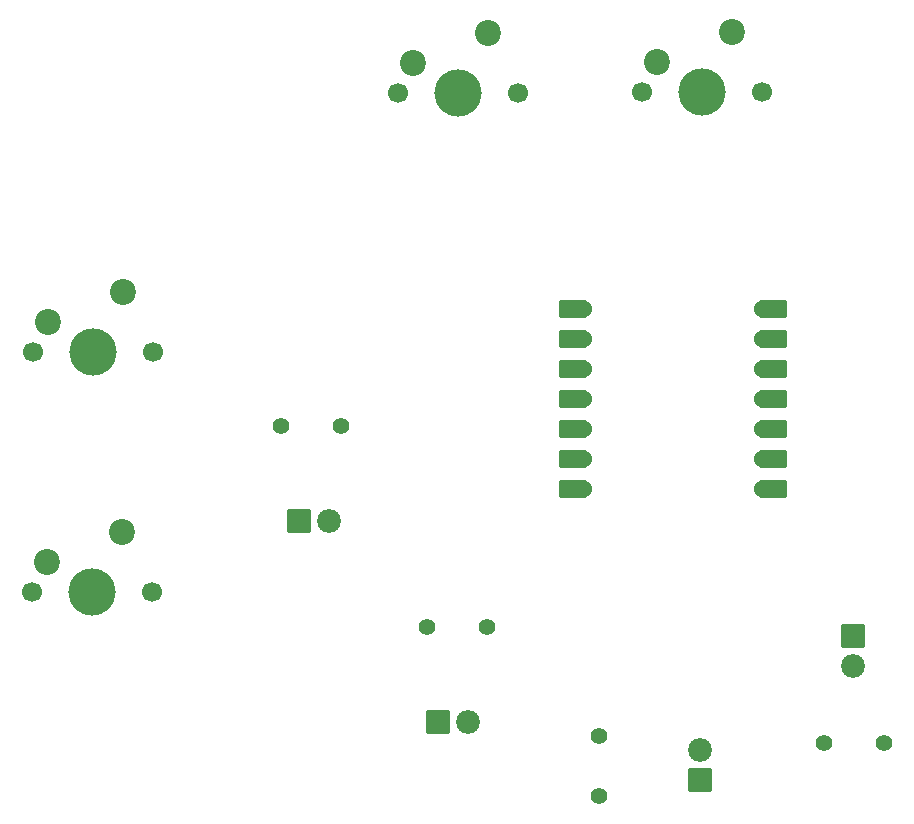
<source format=gbr>
%TF.GenerationSoftware,KiCad,Pcbnew,9.0.3*%
%TF.CreationDate,2025-07-30T12:58:10-07:00*%
%TF.ProjectId,apollo_pcb,61706f6c-6c6f-45f7-9063-622e6b696361,rev?*%
%TF.SameCoordinates,Original*%
%TF.FileFunction,Soldermask,Top*%
%TF.FilePolarity,Negative*%
%FSLAX46Y46*%
G04 Gerber Fmt 4.6, Leading zero omitted, Abs format (unit mm)*
G04 Created by KiCad (PCBNEW 9.0.3) date 2025-07-30 12:58:10*
%MOMM*%
%LPD*%
G01*
G04 APERTURE LIST*
G04 Aperture macros list*
%AMRoundRect*
0 Rectangle with rounded corners*
0 $1 Rounding radius*
0 $2 $3 $4 $5 $6 $7 $8 $9 X,Y pos of 4 corners*
0 Add a 4 corners polygon primitive as box body*
4,1,4,$2,$3,$4,$5,$6,$7,$8,$9,$2,$3,0*
0 Add four circle primitives for the rounded corners*
1,1,$1+$1,$2,$3*
1,1,$1+$1,$4,$5*
1,1,$1+$1,$6,$7*
1,1,$1+$1,$8,$9*
0 Add four rect primitives between the rounded corners*
20,1,$1+$1,$2,$3,$4,$5,0*
20,1,$1+$1,$4,$5,$6,$7,0*
20,1,$1+$1,$6,$7,$8,$9,0*
20,1,$1+$1,$8,$9,$2,$3,0*%
G04 Aperture macros list end*
%ADD10C,1.700000*%
%ADD11C,4.000000*%
%ADD12C,2.200000*%
%ADD13C,1.400000*%
%ADD14C,2.019000*%
%ADD15RoundRect,0.102000X-0.907500X0.907500X-0.907500X-0.907500X0.907500X-0.907500X0.907500X0.907500X0*%
%ADD16RoundRect,0.102000X0.907500X-0.907500X0.907500X0.907500X-0.907500X0.907500X-0.907500X-0.907500X0*%
%ADD17RoundRect,0.152400X1.063600X0.609600X-1.063600X0.609600X-1.063600X-0.609600X1.063600X-0.609600X0*%
%ADD18C,1.524000*%
%ADD19RoundRect,0.152400X-1.063600X-0.609600X1.063600X-0.609600X1.063600X0.609600X-1.063600X0.609600X0*%
%ADD20RoundRect,0.102000X-0.907500X-0.907500X0.907500X-0.907500X0.907500X0.907500X-0.907500X0.907500X0*%
G04 APERTURE END LIST*
D10*
%TO.C,SW3*%
X83740000Y-133500000D03*
D11*
X88820000Y-133500000D03*
D10*
X93900000Y-133500000D03*
D12*
X91360000Y-128420000D03*
X85010000Y-130960000D03*
%TD*%
D13*
%TO.C,R3*%
X131700000Y-171100000D03*
X131700000Y-166020000D03*
%TD*%
D14*
%TO.C,D4*%
X153200000Y-160100000D03*
D15*
X153200000Y-157560000D03*
%TD*%
D13*
%TO.C,R1*%
X104760000Y-139800000D03*
X109840000Y-139800000D03*
%TD*%
D10*
%TO.C,SW1*%
X114640000Y-111600000D03*
D11*
X119720000Y-111600000D03*
D10*
X124800000Y-111600000D03*
D12*
X122260000Y-106520000D03*
X115910000Y-109060000D03*
%TD*%
D10*
%TO.C,SW4*%
X83640000Y-153800000D03*
D11*
X88720000Y-153800000D03*
D10*
X93800000Y-153800000D03*
D12*
X91260000Y-148720000D03*
X84910000Y-151260000D03*
%TD*%
D14*
%TO.C,D3*%
X140200000Y-167220000D03*
D16*
X140200000Y-169760000D03*
%TD*%
D13*
%TO.C,R2*%
X117120000Y-156800000D03*
X122200000Y-156800000D03*
%TD*%
D10*
%TO.C,SW2*%
X135340000Y-111500000D03*
D11*
X140420000Y-111500000D03*
D10*
X145500000Y-111500000D03*
D12*
X142960000Y-106420000D03*
X136610000Y-108960000D03*
%TD*%
D13*
%TO.C,R4*%
X155780000Y-166630000D03*
X150700000Y-166630000D03*
%TD*%
D17*
%TO.C,U1*%
X129445000Y-129880000D03*
D18*
X130280000Y-129880000D03*
D17*
X129445000Y-132420000D03*
D18*
X130280000Y-132420000D03*
D17*
X129445000Y-134960000D03*
D18*
X130280000Y-134960000D03*
D17*
X129445000Y-137500000D03*
D18*
X130280000Y-137500000D03*
D17*
X129445000Y-140040000D03*
D18*
X130280000Y-140040000D03*
D17*
X129445000Y-142580000D03*
D18*
X130280000Y-142580000D03*
D17*
X129445000Y-145120000D03*
D18*
X130280000Y-145120000D03*
X145520000Y-145120000D03*
D19*
X146355000Y-145120000D03*
D18*
X145520000Y-142580000D03*
D19*
X146355000Y-142580000D03*
D18*
X145520000Y-140040000D03*
D19*
X146355000Y-140040000D03*
D18*
X145520000Y-137500000D03*
D19*
X146355000Y-137500000D03*
D18*
X145520000Y-134960000D03*
D19*
X146355000Y-134960000D03*
D18*
X145520000Y-132420000D03*
D19*
X146355000Y-132420000D03*
D18*
X145520000Y-129880000D03*
D19*
X146355000Y-129880000D03*
%TD*%
D14*
%TO.C,D1*%
X108840000Y-147800000D03*
D20*
X106300000Y-147800000D03*
%TD*%
D14*
%TO.C,D2*%
X120600000Y-164800000D03*
D20*
X118060000Y-164800000D03*
%TD*%
M02*

</source>
